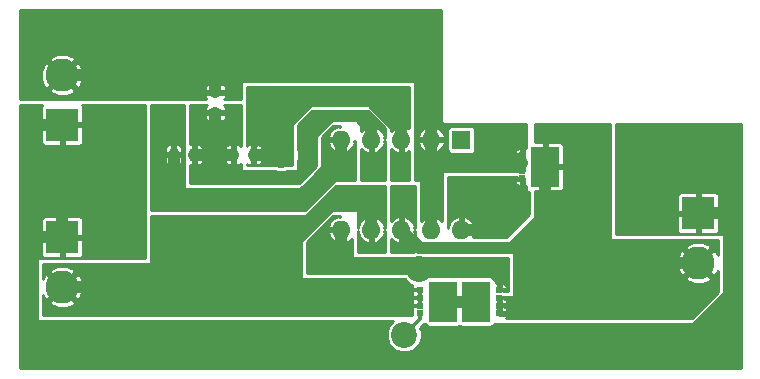
<source format=gbr>
G04 #@! TF.FileFunction,Copper,L1,Top,Signal*
%FSLAX46Y46*%
G04 Gerber Fmt 4.6, Leading zero omitted, Abs format (unit mm)*
G04 Created by KiCad (PCBNEW 4.0.7-e2-6376~58~ubuntu16.04.1) date Tue Apr 10 12:50:06 2018*
%MOMM*%
%LPD*%
G01*
G04 APERTURE LIST*
%ADD10C,0.100000*%
%ADD11R,0.500000X0.500000*%
%ADD12R,2.400000X3.400000*%
%ADD13R,2.800000X2.800000*%
%ADD14C,2.800000*%
%ADD15R,0.670000X1.000000*%
%ADD16R,1.000000X0.670000*%
%ADD17R,1.600000X1.600000*%
%ADD18O,1.600000X1.600000*%
%ADD19C,2.200000*%
%ADD20C,1.000000*%
%ADD21C,0.300000*%
%ADD22C,0.254000*%
G04 APERTURE END LIST*
D10*
D11*
X151810000Y-102829000D03*
X151810000Y-102179000D03*
X151810000Y-101529000D03*
X151810000Y-100879000D03*
D12*
X149860000Y-101854000D03*
D13*
X114808000Y-96384000D03*
D14*
X114808000Y-100584000D03*
D13*
X168656000Y-94352000D03*
D14*
X168656000Y-98552000D03*
D15*
X125984000Y-89408000D03*
X124234000Y-89408000D03*
D16*
X127762000Y-84102000D03*
X127762000Y-85852000D03*
D15*
X129286000Y-89408000D03*
X131036000Y-89408000D03*
D11*
X145116000Y-100879000D03*
X145116000Y-101529000D03*
X145116000Y-102179000D03*
X145116000Y-102829000D03*
D12*
X147066000Y-101854000D03*
D11*
X153752000Y-89449000D03*
X153752000Y-90099000D03*
X153752000Y-90749000D03*
X153752000Y-91399000D03*
D12*
X155702000Y-90424000D03*
D17*
X148590000Y-88138000D03*
D18*
X138430000Y-95758000D03*
X146050000Y-88138000D03*
X140970000Y-95758000D03*
X143510000Y-88138000D03*
X143510000Y-95758000D03*
X140970000Y-88138000D03*
X146050000Y-95758000D03*
X138430000Y-88138000D03*
X148590000Y-95758000D03*
D13*
X114808000Y-86868000D03*
D14*
X114808000Y-82668000D03*
D19*
X114808000Y-91694000D03*
X133350000Y-89408000D03*
X145037512Y-99058011D03*
X143764000Y-104648000D03*
D20*
X134874000Y-84328000D02*
X133350000Y-85852000D01*
X133350000Y-85852000D02*
X133350000Y-87852366D01*
X140831370Y-84328000D02*
X134874000Y-84328000D01*
X143510000Y-88138000D02*
X143510000Y-87006630D01*
X143510000Y-87006630D02*
X140831370Y-84328000D01*
X133350000Y-87852366D02*
X133350000Y-89408000D01*
X168656000Y-94352000D02*
X171056000Y-94352000D01*
X171056000Y-94352000D02*
X171704000Y-95000000D01*
X171704000Y-95000000D02*
X171704000Y-103886000D01*
X171704000Y-103886000D02*
X168887999Y-106702001D01*
X168887999Y-106702001D02*
X112036001Y-106702001D01*
X112036001Y-106702001D02*
X112014000Y-106680000D01*
X112014000Y-106680000D02*
X112014000Y-104902000D01*
X112014000Y-104902000D02*
X112014000Y-96778000D01*
X112014000Y-96778000D02*
X112014000Y-87262000D01*
X112014000Y-87262000D02*
X112408000Y-86868000D01*
X112408000Y-86868000D02*
X114808000Y-86868000D01*
X114808000Y-91694000D02*
X114808000Y-96384000D01*
X131036000Y-89408000D02*
X133350000Y-89408000D01*
X112014000Y-96778000D02*
X112408000Y-96384000D01*
X112408000Y-96384000D02*
X114808000Y-96384000D01*
X114808000Y-82668000D02*
X125984000Y-82668000D01*
X125984000Y-82668000D02*
X127663000Y-82668000D01*
X146050000Y-84074000D02*
X144644000Y-82668000D01*
X144644000Y-82668000D02*
X125984000Y-82668000D01*
X146050000Y-88138000D02*
X146050000Y-84074000D01*
X146050000Y-88138000D02*
X146050000Y-87006630D01*
X153752000Y-90099000D02*
X146879630Y-90099000D01*
X146879630Y-90099000D02*
X146050000Y-89269370D01*
X146050000Y-89269370D02*
X146050000Y-88138000D01*
X146050000Y-95758000D02*
X146050000Y-88138000D01*
X127663000Y-82668000D02*
X127762000Y-82767000D01*
X127762000Y-82767000D02*
X127762000Y-84102000D01*
D21*
X153752000Y-90099000D02*
X153752000Y-90749000D01*
X153752000Y-89449000D02*
X153752000Y-90099000D01*
D20*
X130048000Y-96012000D02*
X130048000Y-100584000D01*
X134874000Y-96012000D02*
X130048000Y-96012000D01*
X136652000Y-94234000D02*
X134874000Y-96012000D01*
X114808000Y-100584000D02*
X130048000Y-100584000D01*
X130048000Y-100584000D02*
X136652000Y-100584000D01*
X137160000Y-93726000D02*
X136652000Y-94234000D01*
X140462000Y-93726000D02*
X137160000Y-93726000D01*
X140970000Y-94234000D02*
X140462000Y-93726000D01*
X140970000Y-95758000D02*
X140970000Y-94234000D01*
X136652000Y-100584000D02*
X140462000Y-100584000D01*
X140462000Y-100584000D02*
X140970000Y-100584000D01*
X140970000Y-100584000D02*
X143510000Y-100584000D01*
D21*
X145116000Y-102179000D02*
X143835000Y-102179000D01*
X143835000Y-102179000D02*
X143764000Y-102108000D01*
D20*
X143764000Y-100838000D02*
X143764000Y-101600000D01*
X143764000Y-101600000D02*
X143764000Y-102108000D01*
D21*
X145116000Y-101529000D02*
X143835000Y-101529000D01*
X143835000Y-101529000D02*
X143764000Y-101600000D01*
X145116000Y-100879000D02*
X143805000Y-100879000D01*
X143805000Y-100879000D02*
X143764000Y-100838000D01*
D20*
X143510000Y-100584000D02*
X143764000Y-100838000D01*
D21*
X145116000Y-101529000D02*
X145116000Y-102179000D01*
X145116000Y-100879000D02*
X145116000Y-101529000D01*
D20*
X153670000Y-101600000D02*
X153670000Y-97742002D01*
X153670000Y-97742002D02*
X153185999Y-97258001D01*
X153185999Y-97258001D02*
X155702000Y-94742000D01*
X155702000Y-94742000D02*
X155702000Y-90424000D01*
X143510000Y-95758000D02*
X145010001Y-97258001D01*
X145010001Y-97258001D02*
X153185999Y-97258001D01*
D21*
X151810000Y-102829000D02*
X152105000Y-102829000D01*
X152105000Y-102829000D02*
X152146000Y-102788000D01*
X151810000Y-102179000D02*
X152105000Y-102179000D01*
X152105000Y-102179000D02*
X152146000Y-102138000D01*
X151810000Y-101529000D02*
X152105000Y-101529000D01*
X152105000Y-101529000D02*
X152146000Y-101488000D01*
X151810000Y-102179000D02*
X151810000Y-101529000D01*
X151810000Y-102829000D02*
X151810000Y-102179000D01*
D20*
X153670000Y-101600000D02*
X153670000Y-102108000D01*
D21*
X152146000Y-101488000D02*
X153558000Y-101488000D01*
X153558000Y-101488000D02*
X153670000Y-101600000D01*
D20*
X153670000Y-102108000D02*
X153670000Y-102870000D01*
D21*
X152146000Y-102138000D02*
X153640000Y-102138000D01*
X153640000Y-102138000D02*
X153670000Y-102108000D01*
X152146000Y-102788000D02*
X153588000Y-102788000D01*
X153588000Y-102788000D02*
X153670000Y-102870000D01*
D20*
X153670000Y-102870000D02*
X159766000Y-102870000D01*
X159766000Y-102870000D02*
X164084000Y-98552000D01*
X164084000Y-98552000D02*
X168656000Y-98552000D01*
X147066000Y-101854000D02*
X149860000Y-101854000D01*
X150155000Y-101854000D02*
X150196000Y-101813000D01*
X138430000Y-95758000D02*
X138430000Y-98806000D01*
X138430000Y-98806000D02*
X138682011Y-99058011D01*
X138682011Y-99058011D02*
X143481878Y-99058011D01*
X143481878Y-99058011D02*
X145037512Y-99058011D01*
D21*
X150539011Y-99058011D02*
X146593146Y-99058011D01*
X151810000Y-100879000D02*
X151810000Y-100329000D01*
X146593146Y-99058011D02*
X145037512Y-99058011D01*
X151810000Y-100329000D02*
X150539011Y-99058011D01*
X145116000Y-102829000D02*
X145116000Y-103296000D01*
X145116000Y-103296000D02*
X143764000Y-104648000D01*
D20*
X148590000Y-95758000D02*
X150876000Y-95758000D01*
X150876000Y-95758000D02*
X153752000Y-92882000D01*
D21*
X153752000Y-91399000D02*
X153752000Y-92882000D01*
D20*
X140970000Y-88138000D02*
X140970000Y-87006630D01*
X140970000Y-87006630D02*
X140069370Y-86106000D01*
X140069370Y-86106000D02*
X137160000Y-86106000D01*
X135382000Y-90678000D02*
X134620000Y-91440000D01*
X137160000Y-86106000D02*
X135382000Y-87884000D01*
X127762000Y-90678000D02*
X127762000Y-89408000D01*
X135382000Y-87884000D02*
X135382000Y-90678000D01*
X134620000Y-91440000D02*
X128524000Y-91440000D01*
X128524000Y-91440000D02*
X127762000Y-90678000D01*
X127762000Y-89408000D02*
X125984000Y-89408000D01*
X127762000Y-85852000D02*
X127762000Y-89408000D01*
X127762000Y-89408000D02*
X129286000Y-89408000D01*
X124234000Y-89408000D02*
X124234000Y-91976000D01*
X124234000Y-91976000D02*
X125222000Y-92964000D01*
X125222000Y-92964000D02*
X135382000Y-92964000D01*
X135382000Y-92964000D02*
X138430000Y-89916000D01*
X138430000Y-89916000D02*
X138430000Y-88138000D01*
D22*
G36*
X144145000Y-87154914D02*
X144097411Y-87113433D01*
X143819114Y-86998171D01*
X143637000Y-87059703D01*
X143637000Y-88011000D01*
X143657000Y-88011000D01*
X143657000Y-88265000D01*
X143637000Y-88265000D01*
X143637000Y-89216297D01*
X143819114Y-89277829D01*
X144097411Y-89162567D01*
X144145000Y-89121086D01*
X144145000Y-91567000D01*
X142621000Y-91567000D01*
X142621000Y-88899689D01*
X142922589Y-89162567D01*
X143200886Y-89277829D01*
X143383000Y-89216297D01*
X143383000Y-88265000D01*
X143363000Y-88265000D01*
X143363000Y-88011000D01*
X143383000Y-88011000D01*
X143383000Y-87059703D01*
X143200886Y-86998171D01*
X142922589Y-87113433D01*
X142621000Y-87376311D01*
X142621000Y-87122000D01*
X142610994Y-87072590D01*
X142583803Y-87032197D01*
X140805803Y-85254197D01*
X140763789Y-85226334D01*
X140716000Y-85217000D01*
X135890000Y-85217000D01*
X135840590Y-85227006D01*
X135800197Y-85254197D01*
X134276197Y-86778197D01*
X134248334Y-86820211D01*
X134239000Y-86868000D01*
X134239000Y-90297000D01*
X130429000Y-90297000D01*
X130429000Y-90174815D01*
X130485180Y-90230996D01*
X130625214Y-90289000D01*
X130813750Y-90289000D01*
X130909000Y-90193750D01*
X130909000Y-89535000D01*
X131163000Y-89535000D01*
X131163000Y-90193750D01*
X131258250Y-90289000D01*
X131446786Y-90289000D01*
X131586820Y-90230996D01*
X131693996Y-90123819D01*
X131752000Y-89983785D01*
X131752000Y-89630250D01*
X131656750Y-89535000D01*
X131163000Y-89535000D01*
X130909000Y-89535000D01*
X130889000Y-89535000D01*
X130889000Y-89281000D01*
X130909000Y-89281000D01*
X130909000Y-88622250D01*
X131163000Y-88622250D01*
X131163000Y-89281000D01*
X131656750Y-89281000D01*
X131752000Y-89185750D01*
X131752000Y-88832215D01*
X131693996Y-88692181D01*
X131586820Y-88585004D01*
X131446786Y-88527000D01*
X131258250Y-88527000D01*
X131163000Y-88622250D01*
X130909000Y-88622250D01*
X130813750Y-88527000D01*
X130625214Y-88527000D01*
X130485180Y-88585004D01*
X130429000Y-88641185D01*
X130429000Y-83693000D01*
X144145000Y-83693000D01*
X144145000Y-87154914D01*
X144145000Y-87154914D01*
G37*
X144145000Y-87154914D02*
X144097411Y-87113433D01*
X143819114Y-86998171D01*
X143637000Y-87059703D01*
X143637000Y-88011000D01*
X143657000Y-88011000D01*
X143657000Y-88265000D01*
X143637000Y-88265000D01*
X143637000Y-89216297D01*
X143819114Y-89277829D01*
X144097411Y-89162567D01*
X144145000Y-89121086D01*
X144145000Y-91567000D01*
X142621000Y-91567000D01*
X142621000Y-88899689D01*
X142922589Y-89162567D01*
X143200886Y-89277829D01*
X143383000Y-89216297D01*
X143383000Y-88265000D01*
X143363000Y-88265000D01*
X143363000Y-88011000D01*
X143383000Y-88011000D01*
X143383000Y-87059703D01*
X143200886Y-86998171D01*
X142922589Y-87113433D01*
X142621000Y-87376311D01*
X142621000Y-87122000D01*
X142610994Y-87072590D01*
X142583803Y-87032197D01*
X140805803Y-85254197D01*
X140763789Y-85226334D01*
X140716000Y-85217000D01*
X135890000Y-85217000D01*
X135840590Y-85227006D01*
X135800197Y-85254197D01*
X134276197Y-86778197D01*
X134248334Y-86820211D01*
X134239000Y-86868000D01*
X134239000Y-90297000D01*
X130429000Y-90297000D01*
X130429000Y-90174815D01*
X130485180Y-90230996D01*
X130625214Y-90289000D01*
X130813750Y-90289000D01*
X130909000Y-90193750D01*
X130909000Y-89535000D01*
X131163000Y-89535000D01*
X131163000Y-90193750D01*
X131258250Y-90289000D01*
X131446786Y-90289000D01*
X131586820Y-90230996D01*
X131693996Y-90123819D01*
X131752000Y-89983785D01*
X131752000Y-89630250D01*
X131656750Y-89535000D01*
X131163000Y-89535000D01*
X130909000Y-89535000D01*
X130889000Y-89535000D01*
X130889000Y-89281000D01*
X130909000Y-89281000D01*
X130909000Y-88622250D01*
X131163000Y-88622250D01*
X131163000Y-89281000D01*
X131656750Y-89281000D01*
X131752000Y-89185750D01*
X131752000Y-88832215D01*
X131693996Y-88692181D01*
X131586820Y-88585004D01*
X131446786Y-88527000D01*
X131258250Y-88527000D01*
X131163000Y-88622250D01*
X130909000Y-88622250D01*
X130813750Y-88527000D01*
X130625214Y-88527000D01*
X130485180Y-88585004D01*
X130429000Y-88641185D01*
X130429000Y-83693000D01*
X144145000Y-83693000D01*
X144145000Y-87154914D01*
G36*
X146864000Y-86360000D02*
X146898711Y-86534504D01*
X146997559Y-86682441D01*
X147145496Y-86781289D01*
X147320000Y-86816000D01*
X154051000Y-86816000D01*
X154051000Y-88818000D01*
X153972250Y-88818000D01*
X153877000Y-88913250D01*
X153877000Y-89324000D01*
X153899000Y-89324000D01*
X153899000Y-89541250D01*
X153877000Y-89563250D01*
X153877000Y-89984750D01*
X153899000Y-90006750D01*
X153899000Y-90191250D01*
X153877000Y-90213250D01*
X153877000Y-90634750D01*
X153899000Y-90656750D01*
X153899000Y-90760536D01*
X153502000Y-90760536D01*
X153360810Y-90787103D01*
X153332997Y-90805000D01*
X147066000Y-90805000D01*
X147016590Y-90815006D01*
X146974965Y-90843447D01*
X146947685Y-90885841D01*
X146939000Y-90932000D01*
X146939000Y-94996311D01*
X146637411Y-94733433D01*
X146359114Y-94618171D01*
X146177000Y-94679703D01*
X146177000Y-95631000D01*
X146197000Y-95631000D01*
X146197000Y-95885000D01*
X146177000Y-95885000D01*
X146177000Y-95905000D01*
X145923000Y-95905000D01*
X145923000Y-95885000D01*
X145903000Y-95885000D01*
X145903000Y-95631000D01*
X145923000Y-95631000D01*
X145923000Y-94679703D01*
X145740886Y-94618171D01*
X145462589Y-94733433D01*
X145161000Y-94996311D01*
X145161000Y-91694000D01*
X145150994Y-91644590D01*
X145122553Y-91602965D01*
X145080159Y-91575685D01*
X145034000Y-91567000D01*
X144653000Y-91567000D01*
X144653000Y-90319250D01*
X153121000Y-90319250D01*
X153121000Y-90528750D01*
X153216250Y-90624000D01*
X153238184Y-90624000D01*
X153286180Y-90671996D01*
X153426214Y-90730000D01*
X153531750Y-90730000D01*
X153627000Y-90634750D01*
X153627000Y-90213250D01*
X153531750Y-90118000D01*
X153426214Y-90118000D01*
X153286180Y-90176004D01*
X153238184Y-90224000D01*
X153216250Y-90224000D01*
X153121000Y-90319250D01*
X144653000Y-90319250D01*
X144653000Y-89669250D01*
X153121000Y-89669250D01*
X153121000Y-89878750D01*
X153216250Y-89974000D01*
X153238184Y-89974000D01*
X153286180Y-90021996D01*
X153426214Y-90080000D01*
X153531750Y-90080000D01*
X153627000Y-89984750D01*
X153627000Y-89563250D01*
X153531750Y-89468000D01*
X153426214Y-89468000D01*
X153286180Y-89526004D01*
X153238184Y-89574000D01*
X153216250Y-89574000D01*
X153121000Y-89669250D01*
X144653000Y-89669250D01*
X144653000Y-88447116D01*
X144910159Y-88447116D01*
X145115218Y-88859784D01*
X145462589Y-89162567D01*
X145740886Y-89277829D01*
X145923000Y-89216297D01*
X145923000Y-88265000D01*
X146177000Y-88265000D01*
X146177000Y-89216297D01*
X146359114Y-89277829D01*
X146637411Y-89162567D01*
X146984782Y-88859784D01*
X147189841Y-88447116D01*
X147128914Y-88265000D01*
X146177000Y-88265000D01*
X145923000Y-88265000D01*
X144971086Y-88265000D01*
X144910159Y-88447116D01*
X144653000Y-88447116D01*
X144653000Y-88352176D01*
X144691000Y-88161137D01*
X144691000Y-88114863D01*
X144653000Y-87923824D01*
X144653000Y-87828884D01*
X144910159Y-87828884D01*
X144971086Y-88011000D01*
X145923000Y-88011000D01*
X145923000Y-87059703D01*
X146177000Y-87059703D01*
X146177000Y-88011000D01*
X147128914Y-88011000D01*
X147189841Y-87828884D01*
X146984782Y-87416216D01*
X146895048Y-87338000D01*
X147401536Y-87338000D01*
X147401536Y-88938000D01*
X147428103Y-89079190D01*
X147511546Y-89208865D01*
X147638866Y-89295859D01*
X147790000Y-89326464D01*
X149390000Y-89326464D01*
X149531190Y-89299897D01*
X149660865Y-89216454D01*
X149724572Y-89123215D01*
X153121000Y-89123215D01*
X153121000Y-89228750D01*
X153216250Y-89324000D01*
X153627000Y-89324000D01*
X153627000Y-88913250D01*
X153531750Y-88818000D01*
X153426214Y-88818000D01*
X153286180Y-88876004D01*
X153179004Y-88983181D01*
X153121000Y-89123215D01*
X149724572Y-89123215D01*
X149747859Y-89089134D01*
X149778464Y-88938000D01*
X149778464Y-87338000D01*
X149751897Y-87196810D01*
X149668454Y-87067135D01*
X149541134Y-86980141D01*
X149390000Y-86949536D01*
X147790000Y-86949536D01*
X147648810Y-86976103D01*
X147519135Y-87059546D01*
X147432141Y-87186866D01*
X147401536Y-87338000D01*
X146895048Y-87338000D01*
X146637411Y-87113433D01*
X146359114Y-86998171D01*
X146177000Y-87059703D01*
X145923000Y-87059703D01*
X145740886Y-86998171D01*
X145462589Y-87113433D01*
X145115218Y-87416216D01*
X144910159Y-87828884D01*
X144653000Y-87828884D01*
X144653000Y-83312000D01*
X144642994Y-83262590D01*
X144614553Y-83220965D01*
X144572159Y-83193685D01*
X144526000Y-83185000D01*
X130048000Y-83185000D01*
X129998590Y-83195006D01*
X129956965Y-83223447D01*
X129929685Y-83265841D01*
X129921000Y-83312000D01*
X129921000Y-84709000D01*
X128528815Y-84709000D01*
X128584996Y-84652820D01*
X128643000Y-84512786D01*
X128643000Y-84324250D01*
X128547750Y-84229000D01*
X127889000Y-84229000D01*
X127889000Y-84249000D01*
X127635000Y-84249000D01*
X127635000Y-84229000D01*
X126976250Y-84229000D01*
X126881000Y-84324250D01*
X126881000Y-84512786D01*
X126939004Y-84652820D01*
X126995185Y-84709000D01*
X111200000Y-84709000D01*
X111200000Y-83971162D01*
X113684443Y-83971162D01*
X113846005Y-84208139D01*
X114508618Y-84459042D01*
X115216810Y-84437276D01*
X115769995Y-84208139D01*
X115931557Y-83971162D01*
X114808000Y-82847605D01*
X113684443Y-83971162D01*
X111200000Y-83971162D01*
X111200000Y-82368618D01*
X113016958Y-82368618D01*
X113038724Y-83076810D01*
X113267861Y-83629995D01*
X113504838Y-83791557D01*
X114628395Y-82668000D01*
X114987605Y-82668000D01*
X116111162Y-83791557D01*
X116258343Y-83691214D01*
X126881000Y-83691214D01*
X126881000Y-83879750D01*
X126976250Y-83975000D01*
X127635000Y-83975000D01*
X127635000Y-83481250D01*
X127889000Y-83481250D01*
X127889000Y-83975000D01*
X128547750Y-83975000D01*
X128643000Y-83879750D01*
X128643000Y-83691214D01*
X128584996Y-83551180D01*
X128477819Y-83444004D01*
X128337785Y-83386000D01*
X127984250Y-83386000D01*
X127889000Y-83481250D01*
X127635000Y-83481250D01*
X127539750Y-83386000D01*
X127186215Y-83386000D01*
X127046181Y-83444004D01*
X126939004Y-83551180D01*
X126881000Y-83691214D01*
X116258343Y-83691214D01*
X116348139Y-83629995D01*
X116599042Y-82967382D01*
X116577276Y-82259190D01*
X116348139Y-81706005D01*
X116111162Y-81544443D01*
X114987605Y-82668000D01*
X114628395Y-82668000D01*
X113504838Y-81544443D01*
X113267861Y-81706005D01*
X113016958Y-82368618D01*
X111200000Y-82368618D01*
X111200000Y-81364838D01*
X113684443Y-81364838D01*
X114808000Y-82488395D01*
X115931557Y-81364838D01*
X115769995Y-81127861D01*
X115107382Y-80876958D01*
X114399190Y-80898724D01*
X113846005Y-81127861D01*
X113684443Y-81364838D01*
X111200000Y-81364838D01*
X111200000Y-77164000D01*
X146864000Y-77164000D01*
X146864000Y-86360000D01*
X146864000Y-86360000D01*
G37*
X146864000Y-86360000D02*
X146898711Y-86534504D01*
X146997559Y-86682441D01*
X147145496Y-86781289D01*
X147320000Y-86816000D01*
X154051000Y-86816000D01*
X154051000Y-88818000D01*
X153972250Y-88818000D01*
X153877000Y-88913250D01*
X153877000Y-89324000D01*
X153899000Y-89324000D01*
X153899000Y-89541250D01*
X153877000Y-89563250D01*
X153877000Y-89984750D01*
X153899000Y-90006750D01*
X153899000Y-90191250D01*
X153877000Y-90213250D01*
X153877000Y-90634750D01*
X153899000Y-90656750D01*
X153899000Y-90760536D01*
X153502000Y-90760536D01*
X153360810Y-90787103D01*
X153332997Y-90805000D01*
X147066000Y-90805000D01*
X147016590Y-90815006D01*
X146974965Y-90843447D01*
X146947685Y-90885841D01*
X146939000Y-90932000D01*
X146939000Y-94996311D01*
X146637411Y-94733433D01*
X146359114Y-94618171D01*
X146177000Y-94679703D01*
X146177000Y-95631000D01*
X146197000Y-95631000D01*
X146197000Y-95885000D01*
X146177000Y-95885000D01*
X146177000Y-95905000D01*
X145923000Y-95905000D01*
X145923000Y-95885000D01*
X145903000Y-95885000D01*
X145903000Y-95631000D01*
X145923000Y-95631000D01*
X145923000Y-94679703D01*
X145740886Y-94618171D01*
X145462589Y-94733433D01*
X145161000Y-94996311D01*
X145161000Y-91694000D01*
X145150994Y-91644590D01*
X145122553Y-91602965D01*
X145080159Y-91575685D01*
X145034000Y-91567000D01*
X144653000Y-91567000D01*
X144653000Y-90319250D01*
X153121000Y-90319250D01*
X153121000Y-90528750D01*
X153216250Y-90624000D01*
X153238184Y-90624000D01*
X153286180Y-90671996D01*
X153426214Y-90730000D01*
X153531750Y-90730000D01*
X153627000Y-90634750D01*
X153627000Y-90213250D01*
X153531750Y-90118000D01*
X153426214Y-90118000D01*
X153286180Y-90176004D01*
X153238184Y-90224000D01*
X153216250Y-90224000D01*
X153121000Y-90319250D01*
X144653000Y-90319250D01*
X144653000Y-89669250D01*
X153121000Y-89669250D01*
X153121000Y-89878750D01*
X153216250Y-89974000D01*
X153238184Y-89974000D01*
X153286180Y-90021996D01*
X153426214Y-90080000D01*
X153531750Y-90080000D01*
X153627000Y-89984750D01*
X153627000Y-89563250D01*
X153531750Y-89468000D01*
X153426214Y-89468000D01*
X153286180Y-89526004D01*
X153238184Y-89574000D01*
X153216250Y-89574000D01*
X153121000Y-89669250D01*
X144653000Y-89669250D01*
X144653000Y-88447116D01*
X144910159Y-88447116D01*
X145115218Y-88859784D01*
X145462589Y-89162567D01*
X145740886Y-89277829D01*
X145923000Y-89216297D01*
X145923000Y-88265000D01*
X146177000Y-88265000D01*
X146177000Y-89216297D01*
X146359114Y-89277829D01*
X146637411Y-89162567D01*
X146984782Y-88859784D01*
X147189841Y-88447116D01*
X147128914Y-88265000D01*
X146177000Y-88265000D01*
X145923000Y-88265000D01*
X144971086Y-88265000D01*
X144910159Y-88447116D01*
X144653000Y-88447116D01*
X144653000Y-88352176D01*
X144691000Y-88161137D01*
X144691000Y-88114863D01*
X144653000Y-87923824D01*
X144653000Y-87828884D01*
X144910159Y-87828884D01*
X144971086Y-88011000D01*
X145923000Y-88011000D01*
X145923000Y-87059703D01*
X146177000Y-87059703D01*
X146177000Y-88011000D01*
X147128914Y-88011000D01*
X147189841Y-87828884D01*
X146984782Y-87416216D01*
X146895048Y-87338000D01*
X147401536Y-87338000D01*
X147401536Y-88938000D01*
X147428103Y-89079190D01*
X147511546Y-89208865D01*
X147638866Y-89295859D01*
X147790000Y-89326464D01*
X149390000Y-89326464D01*
X149531190Y-89299897D01*
X149660865Y-89216454D01*
X149724572Y-89123215D01*
X153121000Y-89123215D01*
X153121000Y-89228750D01*
X153216250Y-89324000D01*
X153627000Y-89324000D01*
X153627000Y-88913250D01*
X153531750Y-88818000D01*
X153426214Y-88818000D01*
X153286180Y-88876004D01*
X153179004Y-88983181D01*
X153121000Y-89123215D01*
X149724572Y-89123215D01*
X149747859Y-89089134D01*
X149778464Y-88938000D01*
X149778464Y-87338000D01*
X149751897Y-87196810D01*
X149668454Y-87067135D01*
X149541134Y-86980141D01*
X149390000Y-86949536D01*
X147790000Y-86949536D01*
X147648810Y-86976103D01*
X147519135Y-87059546D01*
X147432141Y-87186866D01*
X147401536Y-87338000D01*
X146895048Y-87338000D01*
X146637411Y-87113433D01*
X146359114Y-86998171D01*
X146177000Y-87059703D01*
X145923000Y-87059703D01*
X145740886Y-86998171D01*
X145462589Y-87113433D01*
X145115218Y-87416216D01*
X144910159Y-87828884D01*
X144653000Y-87828884D01*
X144653000Y-83312000D01*
X144642994Y-83262590D01*
X144614553Y-83220965D01*
X144572159Y-83193685D01*
X144526000Y-83185000D01*
X130048000Y-83185000D01*
X129998590Y-83195006D01*
X129956965Y-83223447D01*
X129929685Y-83265841D01*
X129921000Y-83312000D01*
X129921000Y-84709000D01*
X128528815Y-84709000D01*
X128584996Y-84652820D01*
X128643000Y-84512786D01*
X128643000Y-84324250D01*
X128547750Y-84229000D01*
X127889000Y-84229000D01*
X127889000Y-84249000D01*
X127635000Y-84249000D01*
X127635000Y-84229000D01*
X126976250Y-84229000D01*
X126881000Y-84324250D01*
X126881000Y-84512786D01*
X126939004Y-84652820D01*
X126995185Y-84709000D01*
X111200000Y-84709000D01*
X111200000Y-83971162D01*
X113684443Y-83971162D01*
X113846005Y-84208139D01*
X114508618Y-84459042D01*
X115216810Y-84437276D01*
X115769995Y-84208139D01*
X115931557Y-83971162D01*
X114808000Y-82847605D01*
X113684443Y-83971162D01*
X111200000Y-83971162D01*
X111200000Y-82368618D01*
X113016958Y-82368618D01*
X113038724Y-83076810D01*
X113267861Y-83629995D01*
X113504838Y-83791557D01*
X114628395Y-82668000D01*
X114987605Y-82668000D01*
X116111162Y-83791557D01*
X116258343Y-83691214D01*
X126881000Y-83691214D01*
X126881000Y-83879750D01*
X126976250Y-83975000D01*
X127635000Y-83975000D01*
X127635000Y-83481250D01*
X127889000Y-83481250D01*
X127889000Y-83975000D01*
X128547750Y-83975000D01*
X128643000Y-83879750D01*
X128643000Y-83691214D01*
X128584996Y-83551180D01*
X128477819Y-83444004D01*
X128337785Y-83386000D01*
X127984250Y-83386000D01*
X127889000Y-83481250D01*
X127635000Y-83481250D01*
X127539750Y-83386000D01*
X127186215Y-83386000D01*
X127046181Y-83444004D01*
X126939004Y-83551180D01*
X126881000Y-83691214D01*
X116258343Y-83691214D01*
X116348139Y-83629995D01*
X116599042Y-82967382D01*
X116577276Y-82259190D01*
X116348139Y-81706005D01*
X116111162Y-81544443D01*
X114987605Y-82668000D01*
X114628395Y-82668000D01*
X113504838Y-81544443D01*
X113267861Y-81706005D01*
X113016958Y-82368618D01*
X111200000Y-82368618D01*
X111200000Y-81364838D01*
X113684443Y-81364838D01*
X114808000Y-82488395D01*
X115931557Y-81364838D01*
X115769995Y-81127861D01*
X115107382Y-80876958D01*
X114399190Y-80898724D01*
X113846005Y-81127861D01*
X113684443Y-81364838D01*
X111200000Y-81364838D01*
X111200000Y-77164000D01*
X146864000Y-77164000D01*
X146864000Y-86360000D01*
G36*
X153350866Y-91356859D02*
X153502000Y-91387464D01*
X153899000Y-91387464D01*
X153899000Y-91524000D01*
X153877000Y-91524000D01*
X153877000Y-91934750D01*
X153972250Y-92030000D01*
X154051000Y-92030000D01*
X154051000Y-92456000D01*
X154061006Y-92505410D01*
X154089447Y-92547035D01*
X154131841Y-92574315D01*
X154178000Y-92583000D01*
X154305000Y-92583000D01*
X154305000Y-94435394D01*
X152363393Y-96377001D01*
X149575856Y-96377001D01*
X149729841Y-96067116D01*
X149668914Y-95885000D01*
X148717000Y-95885000D01*
X148717000Y-95905000D01*
X148463000Y-95905000D01*
X148463000Y-95885000D01*
X148443000Y-95885000D01*
X148443000Y-95631000D01*
X148463000Y-95631000D01*
X148463000Y-94679703D01*
X148717000Y-94679703D01*
X148717000Y-95631000D01*
X149668914Y-95631000D01*
X149729841Y-95448884D01*
X149524782Y-95036216D01*
X149177411Y-94733433D01*
X148899114Y-94618171D01*
X148717000Y-94679703D01*
X148463000Y-94679703D01*
X148280886Y-94618171D01*
X148002589Y-94733433D01*
X147655218Y-95036216D01*
X147450159Y-95448884D01*
X147511085Y-95630998D01*
X147447000Y-95630998D01*
X147447000Y-91619250D01*
X153121000Y-91619250D01*
X153121000Y-91724785D01*
X153179004Y-91864819D01*
X153286180Y-91971996D01*
X153426214Y-92030000D01*
X153531750Y-92030000D01*
X153627000Y-91934750D01*
X153627000Y-91524000D01*
X153216250Y-91524000D01*
X153121000Y-91619250D01*
X147447000Y-91619250D01*
X147447000Y-91313000D01*
X153286676Y-91313000D01*
X153350866Y-91356859D01*
X153350866Y-91356859D01*
G37*
X153350866Y-91356859D02*
X153502000Y-91387464D01*
X153899000Y-91387464D01*
X153899000Y-91524000D01*
X153877000Y-91524000D01*
X153877000Y-91934750D01*
X153972250Y-92030000D01*
X154051000Y-92030000D01*
X154051000Y-92456000D01*
X154061006Y-92505410D01*
X154089447Y-92547035D01*
X154131841Y-92574315D01*
X154178000Y-92583000D01*
X154305000Y-92583000D01*
X154305000Y-94435394D01*
X152363393Y-96377001D01*
X149575856Y-96377001D01*
X149729841Y-96067116D01*
X149668914Y-95885000D01*
X148717000Y-95885000D01*
X148717000Y-95905000D01*
X148463000Y-95905000D01*
X148463000Y-95885000D01*
X148443000Y-95885000D01*
X148443000Y-95631000D01*
X148463000Y-95631000D01*
X148463000Y-94679703D01*
X148717000Y-94679703D01*
X148717000Y-95631000D01*
X149668914Y-95631000D01*
X149729841Y-95448884D01*
X149524782Y-95036216D01*
X149177411Y-94733433D01*
X148899114Y-94618171D01*
X148717000Y-94679703D01*
X148463000Y-94679703D01*
X148280886Y-94618171D01*
X148002589Y-94733433D01*
X147655218Y-95036216D01*
X147450159Y-95448884D01*
X147511085Y-95630998D01*
X147447000Y-95630998D01*
X147447000Y-91619250D01*
X153121000Y-91619250D01*
X153121000Y-91724785D01*
X153179004Y-91864819D01*
X153286180Y-91971996D01*
X153426214Y-92030000D01*
X153531750Y-92030000D01*
X153627000Y-91934750D01*
X153627000Y-91524000D01*
X153216250Y-91524000D01*
X153121000Y-91619250D01*
X147447000Y-91619250D01*
X147447000Y-91313000D01*
X153286676Y-91313000D01*
X153350866Y-91356859D01*
G36*
X161163000Y-96520000D02*
X161173006Y-96569410D01*
X161201447Y-96611035D01*
X161243841Y-96638315D01*
X161290000Y-96647000D01*
X170307000Y-96647000D01*
X170307000Y-97857647D01*
X170196139Y-97590005D01*
X169959162Y-97428443D01*
X168835605Y-98552000D01*
X169959162Y-99675557D01*
X170196139Y-99513995D01*
X170307000Y-99221221D01*
X170307000Y-101039394D01*
X168095394Y-103251000D01*
X152401146Y-103251000D01*
X152441000Y-103154785D01*
X152441000Y-103049250D01*
X152345750Y-102954000D01*
X151935000Y-102954000D01*
X151935000Y-102976000D01*
X151765000Y-102976000D01*
X151765000Y-102293250D01*
X151935000Y-102293250D01*
X151935000Y-102714750D01*
X152030250Y-102810000D01*
X152135786Y-102810000D01*
X152275820Y-102751996D01*
X152323816Y-102704000D01*
X152345750Y-102704000D01*
X152441000Y-102608750D01*
X152441000Y-102399250D01*
X152345750Y-102304000D01*
X152323816Y-102304000D01*
X152275820Y-102256004D01*
X152135786Y-102198000D01*
X152030250Y-102198000D01*
X151935000Y-102293250D01*
X151765000Y-102293250D01*
X151765000Y-101643250D01*
X151935000Y-101643250D01*
X151935000Y-102064750D01*
X152030250Y-102160000D01*
X152135786Y-102160000D01*
X152275820Y-102101996D01*
X152323816Y-102054000D01*
X152345750Y-102054000D01*
X152441000Y-101958750D01*
X152441000Y-101749250D01*
X152345750Y-101654000D01*
X152323816Y-101654000D01*
X152275820Y-101606004D01*
X152135786Y-101548000D01*
X152030250Y-101548000D01*
X151935000Y-101643250D01*
X151765000Y-101643250D01*
X151765000Y-101517464D01*
X152060000Y-101517464D01*
X152201190Y-101490897D01*
X152229003Y-101473000D01*
X152908000Y-101473000D01*
X152957410Y-101462994D01*
X152999035Y-101434553D01*
X153026315Y-101392159D01*
X153035000Y-101346000D01*
X153035000Y-99855162D01*
X167532443Y-99855162D01*
X167694005Y-100092139D01*
X168356618Y-100343042D01*
X169064810Y-100321276D01*
X169617995Y-100092139D01*
X169779557Y-99855162D01*
X168656000Y-98731605D01*
X167532443Y-99855162D01*
X153035000Y-99855162D01*
X153035000Y-98252618D01*
X166864958Y-98252618D01*
X166886724Y-98960810D01*
X167115861Y-99513995D01*
X167352838Y-99675557D01*
X168476395Y-98552000D01*
X167352838Y-97428443D01*
X167115861Y-97590005D01*
X166864958Y-98252618D01*
X153035000Y-98252618D01*
X153035000Y-97790000D01*
X153024994Y-97740590D01*
X152996553Y-97698965D01*
X152954159Y-97671685D01*
X152908000Y-97663000D01*
X145539859Y-97663000D01*
X145333394Y-97577268D01*
X144744215Y-97576754D01*
X144535484Y-97663000D01*
X142621000Y-97663000D01*
X142621000Y-97248838D01*
X167532443Y-97248838D01*
X168656000Y-98372395D01*
X169779557Y-97248838D01*
X169617995Y-97011861D01*
X168955382Y-96760958D01*
X168247190Y-96782724D01*
X167694005Y-97011861D01*
X167532443Y-97248838D01*
X142621000Y-97248838D01*
X142621000Y-96519689D01*
X142922589Y-96782567D01*
X143200886Y-96897829D01*
X143383000Y-96836297D01*
X143383000Y-95885000D01*
X143363000Y-95885000D01*
X143363000Y-95631000D01*
X143383000Y-95631000D01*
X143383000Y-94679703D01*
X143200886Y-94618171D01*
X142922589Y-94733433D01*
X142621000Y-94996311D01*
X142621000Y-92075000D01*
X144653000Y-92075000D01*
X144653000Y-95630998D01*
X144588915Y-95630998D01*
X144649841Y-95448884D01*
X144444782Y-95036216D01*
X144097411Y-94733433D01*
X143819114Y-94618171D01*
X143637000Y-94679703D01*
X143637000Y-95631000D01*
X143657000Y-95631000D01*
X143657000Y-95885000D01*
X143637000Y-95885000D01*
X143637000Y-96836297D01*
X143819114Y-96897829D01*
X144097411Y-96782567D01*
X144444782Y-96479784D01*
X144649841Y-96067116D01*
X144588915Y-95885002D01*
X144653000Y-95885002D01*
X144653000Y-96266000D01*
X144663006Y-96315410D01*
X144690197Y-96355803D01*
X145198197Y-96863803D01*
X145240211Y-96891666D01*
X145288000Y-96901000D01*
X145742643Y-96901000D01*
X146050000Y-96962137D01*
X146357357Y-96901000D01*
X148282643Y-96901000D01*
X148590000Y-96962137D01*
X148897357Y-96901000D01*
X152654000Y-96901000D01*
X152703410Y-96890994D01*
X152743803Y-96863803D01*
X154775803Y-94831803D01*
X154803666Y-94789789D01*
X154813000Y-94742000D01*
X154813000Y-92505000D01*
X155479750Y-92505000D01*
X155575000Y-92409750D01*
X155575000Y-90551000D01*
X155829000Y-90551000D01*
X155829000Y-92409750D01*
X155924250Y-92505000D01*
X156977786Y-92505000D01*
X157117820Y-92446996D01*
X157224996Y-92339819D01*
X157283000Y-92199785D01*
X157283000Y-90646250D01*
X157187750Y-90551000D01*
X155829000Y-90551000D01*
X155575000Y-90551000D01*
X155555000Y-90551000D01*
X155555000Y-90297000D01*
X155575000Y-90297000D01*
X155575000Y-88438250D01*
X155829000Y-88438250D01*
X155829000Y-90297000D01*
X157187750Y-90297000D01*
X157283000Y-90201750D01*
X157283000Y-88648215D01*
X157224996Y-88508181D01*
X157117820Y-88401004D01*
X156977786Y-88343000D01*
X155924250Y-88343000D01*
X155829000Y-88438250D01*
X155575000Y-88438250D01*
X155479750Y-88343000D01*
X154813000Y-88343000D01*
X154813000Y-86816000D01*
X161163000Y-86816000D01*
X161163000Y-96520000D01*
X161163000Y-96520000D01*
G37*
X161163000Y-96520000D02*
X161173006Y-96569410D01*
X161201447Y-96611035D01*
X161243841Y-96638315D01*
X161290000Y-96647000D01*
X170307000Y-96647000D01*
X170307000Y-97857647D01*
X170196139Y-97590005D01*
X169959162Y-97428443D01*
X168835605Y-98552000D01*
X169959162Y-99675557D01*
X170196139Y-99513995D01*
X170307000Y-99221221D01*
X170307000Y-101039394D01*
X168095394Y-103251000D01*
X152401146Y-103251000D01*
X152441000Y-103154785D01*
X152441000Y-103049250D01*
X152345750Y-102954000D01*
X151935000Y-102954000D01*
X151935000Y-102976000D01*
X151765000Y-102976000D01*
X151765000Y-102293250D01*
X151935000Y-102293250D01*
X151935000Y-102714750D01*
X152030250Y-102810000D01*
X152135786Y-102810000D01*
X152275820Y-102751996D01*
X152323816Y-102704000D01*
X152345750Y-102704000D01*
X152441000Y-102608750D01*
X152441000Y-102399250D01*
X152345750Y-102304000D01*
X152323816Y-102304000D01*
X152275820Y-102256004D01*
X152135786Y-102198000D01*
X152030250Y-102198000D01*
X151935000Y-102293250D01*
X151765000Y-102293250D01*
X151765000Y-101643250D01*
X151935000Y-101643250D01*
X151935000Y-102064750D01*
X152030250Y-102160000D01*
X152135786Y-102160000D01*
X152275820Y-102101996D01*
X152323816Y-102054000D01*
X152345750Y-102054000D01*
X152441000Y-101958750D01*
X152441000Y-101749250D01*
X152345750Y-101654000D01*
X152323816Y-101654000D01*
X152275820Y-101606004D01*
X152135786Y-101548000D01*
X152030250Y-101548000D01*
X151935000Y-101643250D01*
X151765000Y-101643250D01*
X151765000Y-101517464D01*
X152060000Y-101517464D01*
X152201190Y-101490897D01*
X152229003Y-101473000D01*
X152908000Y-101473000D01*
X152957410Y-101462994D01*
X152999035Y-101434553D01*
X153026315Y-101392159D01*
X153035000Y-101346000D01*
X153035000Y-99855162D01*
X167532443Y-99855162D01*
X167694005Y-100092139D01*
X168356618Y-100343042D01*
X169064810Y-100321276D01*
X169617995Y-100092139D01*
X169779557Y-99855162D01*
X168656000Y-98731605D01*
X167532443Y-99855162D01*
X153035000Y-99855162D01*
X153035000Y-98252618D01*
X166864958Y-98252618D01*
X166886724Y-98960810D01*
X167115861Y-99513995D01*
X167352838Y-99675557D01*
X168476395Y-98552000D01*
X167352838Y-97428443D01*
X167115861Y-97590005D01*
X166864958Y-98252618D01*
X153035000Y-98252618D01*
X153035000Y-97790000D01*
X153024994Y-97740590D01*
X152996553Y-97698965D01*
X152954159Y-97671685D01*
X152908000Y-97663000D01*
X145539859Y-97663000D01*
X145333394Y-97577268D01*
X144744215Y-97576754D01*
X144535484Y-97663000D01*
X142621000Y-97663000D01*
X142621000Y-97248838D01*
X167532443Y-97248838D01*
X168656000Y-98372395D01*
X169779557Y-97248838D01*
X169617995Y-97011861D01*
X168955382Y-96760958D01*
X168247190Y-96782724D01*
X167694005Y-97011861D01*
X167532443Y-97248838D01*
X142621000Y-97248838D01*
X142621000Y-96519689D01*
X142922589Y-96782567D01*
X143200886Y-96897829D01*
X143383000Y-96836297D01*
X143383000Y-95885000D01*
X143363000Y-95885000D01*
X143363000Y-95631000D01*
X143383000Y-95631000D01*
X143383000Y-94679703D01*
X143200886Y-94618171D01*
X142922589Y-94733433D01*
X142621000Y-94996311D01*
X142621000Y-92075000D01*
X144653000Y-92075000D01*
X144653000Y-95630998D01*
X144588915Y-95630998D01*
X144649841Y-95448884D01*
X144444782Y-95036216D01*
X144097411Y-94733433D01*
X143819114Y-94618171D01*
X143637000Y-94679703D01*
X143637000Y-95631000D01*
X143657000Y-95631000D01*
X143657000Y-95885000D01*
X143637000Y-95885000D01*
X143637000Y-96836297D01*
X143819114Y-96897829D01*
X144097411Y-96782567D01*
X144444782Y-96479784D01*
X144649841Y-96067116D01*
X144588915Y-95885002D01*
X144653000Y-95885002D01*
X144653000Y-96266000D01*
X144663006Y-96315410D01*
X144690197Y-96355803D01*
X145198197Y-96863803D01*
X145240211Y-96891666D01*
X145288000Y-96901000D01*
X145742643Y-96901000D01*
X146050000Y-96962137D01*
X146357357Y-96901000D01*
X148282643Y-96901000D01*
X148590000Y-96962137D01*
X148897357Y-96901000D01*
X152654000Y-96901000D01*
X152703410Y-96890994D01*
X152743803Y-96863803D01*
X154775803Y-94831803D01*
X154803666Y-94789789D01*
X154813000Y-94742000D01*
X154813000Y-92505000D01*
X155479750Y-92505000D01*
X155575000Y-92409750D01*
X155575000Y-90551000D01*
X155829000Y-90551000D01*
X155829000Y-92409750D01*
X155924250Y-92505000D01*
X156977786Y-92505000D01*
X157117820Y-92446996D01*
X157224996Y-92339819D01*
X157283000Y-92199785D01*
X157283000Y-90646250D01*
X157187750Y-90551000D01*
X155829000Y-90551000D01*
X155575000Y-90551000D01*
X155555000Y-90551000D01*
X155555000Y-90297000D01*
X155575000Y-90297000D01*
X155575000Y-88438250D01*
X155829000Y-88438250D01*
X155829000Y-90297000D01*
X157187750Y-90297000D01*
X157283000Y-90201750D01*
X157283000Y-88648215D01*
X157224996Y-88508181D01*
X157117820Y-88401004D01*
X156977786Y-88343000D01*
X155924250Y-88343000D01*
X155829000Y-88438250D01*
X155575000Y-88438250D01*
X155479750Y-88343000D01*
X154813000Y-88343000D01*
X154813000Y-86816000D01*
X161163000Y-86816000D01*
X161163000Y-96520000D01*
G36*
X126939004Y-85301180D02*
X126881000Y-85441214D01*
X126881000Y-85629750D01*
X126976250Y-85725000D01*
X127635000Y-85725000D01*
X127635000Y-85705000D01*
X127889000Y-85705000D01*
X127889000Y-85725000D01*
X128547750Y-85725000D01*
X128643000Y-85629750D01*
X128643000Y-85441214D01*
X128584996Y-85301180D01*
X128500815Y-85217000D01*
X129921000Y-85217000D01*
X129921000Y-88669185D01*
X129836820Y-88585004D01*
X129696786Y-88527000D01*
X129508250Y-88527000D01*
X129413000Y-88622250D01*
X129413000Y-89281000D01*
X129433000Y-89281000D01*
X129433000Y-89535000D01*
X129413000Y-89535000D01*
X129413000Y-90193750D01*
X129508250Y-90289000D01*
X129696786Y-90289000D01*
X129836820Y-90230996D01*
X129921000Y-90146815D01*
X129921000Y-90678000D01*
X129931006Y-90727410D01*
X129959447Y-90769035D01*
X130001841Y-90796315D01*
X130048000Y-90805000D01*
X132852443Y-90805000D01*
X133054118Y-90888743D01*
X133643297Y-90889257D01*
X133847214Y-90805000D01*
X134620000Y-90805000D01*
X134669410Y-90794994D01*
X134711035Y-90766553D01*
X134738315Y-90724159D01*
X134747000Y-90678000D01*
X134747000Y-89905557D01*
X134830743Y-89703882D01*
X134831257Y-89114703D01*
X134747000Y-88910786D01*
X134747000Y-86920606D01*
X135942606Y-85725000D01*
X140663394Y-85725000D01*
X142113000Y-87174606D01*
X142113000Y-88010998D01*
X142048915Y-88010998D01*
X142109841Y-87828884D01*
X141904782Y-87416216D01*
X141557411Y-87113433D01*
X141279114Y-86998171D01*
X141097000Y-87059703D01*
X141097000Y-88011000D01*
X141117000Y-88011000D01*
X141117000Y-88265000D01*
X141097000Y-88265000D01*
X141097000Y-89216297D01*
X141279114Y-89277829D01*
X141557411Y-89162567D01*
X141904782Y-88859784D01*
X142109841Y-88447116D01*
X142048915Y-88265002D01*
X142113000Y-88265002D01*
X142113000Y-91567000D01*
X140081000Y-91567000D01*
X140081000Y-88899689D01*
X140382589Y-89162567D01*
X140660886Y-89277829D01*
X140843000Y-89216297D01*
X140843000Y-88265000D01*
X140823000Y-88265000D01*
X140823000Y-88011000D01*
X140843000Y-88011000D01*
X140843000Y-87059703D01*
X140660886Y-86998171D01*
X140382589Y-87113433D01*
X140081000Y-87376311D01*
X140081000Y-86868000D01*
X140070994Y-86818590D01*
X140043803Y-86778197D01*
X139789803Y-86524197D01*
X139747789Y-86496334D01*
X139700000Y-86487000D01*
X137668000Y-86487000D01*
X137618590Y-86497006D01*
X137578197Y-86524197D01*
X136308197Y-87794197D01*
X136280334Y-87836211D01*
X136271000Y-87884000D01*
X136271000Y-90371394D01*
X134821394Y-91821000D01*
X125603000Y-91821000D01*
X125603000Y-90289000D01*
X125761750Y-90289000D01*
X125857000Y-90193750D01*
X125857000Y-89535000D01*
X126111000Y-89535000D01*
X126111000Y-90193750D01*
X126206250Y-90289000D01*
X126394786Y-90289000D01*
X126534820Y-90230996D01*
X126641996Y-90123819D01*
X126700000Y-89983785D01*
X126700000Y-89630250D01*
X128570000Y-89630250D01*
X128570000Y-89983785D01*
X128628004Y-90123819D01*
X128735180Y-90230996D01*
X128875214Y-90289000D01*
X129063750Y-90289000D01*
X129159000Y-90193750D01*
X129159000Y-89535000D01*
X128665250Y-89535000D01*
X128570000Y-89630250D01*
X126700000Y-89630250D01*
X126604750Y-89535000D01*
X126111000Y-89535000D01*
X125857000Y-89535000D01*
X125837000Y-89535000D01*
X125837000Y-89281000D01*
X125857000Y-89281000D01*
X125857000Y-88622250D01*
X126111000Y-88622250D01*
X126111000Y-89281000D01*
X126604750Y-89281000D01*
X126700000Y-89185750D01*
X126700000Y-88832215D01*
X128570000Y-88832215D01*
X128570000Y-89185750D01*
X128665250Y-89281000D01*
X129159000Y-89281000D01*
X129159000Y-88622250D01*
X129063750Y-88527000D01*
X128875214Y-88527000D01*
X128735180Y-88585004D01*
X128628004Y-88692181D01*
X128570000Y-88832215D01*
X126700000Y-88832215D01*
X126641996Y-88692181D01*
X126534820Y-88585004D01*
X126394786Y-88527000D01*
X126206250Y-88527000D01*
X126111000Y-88622250D01*
X125857000Y-88622250D01*
X125761750Y-88527000D01*
X125603000Y-88527000D01*
X125603000Y-86074250D01*
X126881000Y-86074250D01*
X126881000Y-86262786D01*
X126939004Y-86402820D01*
X127046181Y-86509996D01*
X127186215Y-86568000D01*
X127539750Y-86568000D01*
X127635000Y-86472750D01*
X127635000Y-85979000D01*
X127889000Y-85979000D01*
X127889000Y-86472750D01*
X127984250Y-86568000D01*
X128337785Y-86568000D01*
X128477819Y-86509996D01*
X128584996Y-86402820D01*
X128643000Y-86262786D01*
X128643000Y-86074250D01*
X128547750Y-85979000D01*
X127889000Y-85979000D01*
X127635000Y-85979000D01*
X126976250Y-85979000D01*
X126881000Y-86074250D01*
X125603000Y-86074250D01*
X125603000Y-85217000D01*
X127023185Y-85217000D01*
X126939004Y-85301180D01*
X126939004Y-85301180D01*
G37*
X126939004Y-85301180D02*
X126881000Y-85441214D01*
X126881000Y-85629750D01*
X126976250Y-85725000D01*
X127635000Y-85725000D01*
X127635000Y-85705000D01*
X127889000Y-85705000D01*
X127889000Y-85725000D01*
X128547750Y-85725000D01*
X128643000Y-85629750D01*
X128643000Y-85441214D01*
X128584996Y-85301180D01*
X128500815Y-85217000D01*
X129921000Y-85217000D01*
X129921000Y-88669185D01*
X129836820Y-88585004D01*
X129696786Y-88527000D01*
X129508250Y-88527000D01*
X129413000Y-88622250D01*
X129413000Y-89281000D01*
X129433000Y-89281000D01*
X129433000Y-89535000D01*
X129413000Y-89535000D01*
X129413000Y-90193750D01*
X129508250Y-90289000D01*
X129696786Y-90289000D01*
X129836820Y-90230996D01*
X129921000Y-90146815D01*
X129921000Y-90678000D01*
X129931006Y-90727410D01*
X129959447Y-90769035D01*
X130001841Y-90796315D01*
X130048000Y-90805000D01*
X132852443Y-90805000D01*
X133054118Y-90888743D01*
X133643297Y-90889257D01*
X133847214Y-90805000D01*
X134620000Y-90805000D01*
X134669410Y-90794994D01*
X134711035Y-90766553D01*
X134738315Y-90724159D01*
X134747000Y-90678000D01*
X134747000Y-89905557D01*
X134830743Y-89703882D01*
X134831257Y-89114703D01*
X134747000Y-88910786D01*
X134747000Y-86920606D01*
X135942606Y-85725000D01*
X140663394Y-85725000D01*
X142113000Y-87174606D01*
X142113000Y-88010998D01*
X142048915Y-88010998D01*
X142109841Y-87828884D01*
X141904782Y-87416216D01*
X141557411Y-87113433D01*
X141279114Y-86998171D01*
X141097000Y-87059703D01*
X141097000Y-88011000D01*
X141117000Y-88011000D01*
X141117000Y-88265000D01*
X141097000Y-88265000D01*
X141097000Y-89216297D01*
X141279114Y-89277829D01*
X141557411Y-89162567D01*
X141904782Y-88859784D01*
X142109841Y-88447116D01*
X142048915Y-88265002D01*
X142113000Y-88265002D01*
X142113000Y-91567000D01*
X140081000Y-91567000D01*
X140081000Y-88899689D01*
X140382589Y-89162567D01*
X140660886Y-89277829D01*
X140843000Y-89216297D01*
X140843000Y-88265000D01*
X140823000Y-88265000D01*
X140823000Y-88011000D01*
X140843000Y-88011000D01*
X140843000Y-87059703D01*
X140660886Y-86998171D01*
X140382589Y-87113433D01*
X140081000Y-87376311D01*
X140081000Y-86868000D01*
X140070994Y-86818590D01*
X140043803Y-86778197D01*
X139789803Y-86524197D01*
X139747789Y-86496334D01*
X139700000Y-86487000D01*
X137668000Y-86487000D01*
X137618590Y-86497006D01*
X137578197Y-86524197D01*
X136308197Y-87794197D01*
X136280334Y-87836211D01*
X136271000Y-87884000D01*
X136271000Y-90371394D01*
X134821394Y-91821000D01*
X125603000Y-91821000D01*
X125603000Y-90289000D01*
X125761750Y-90289000D01*
X125857000Y-90193750D01*
X125857000Y-89535000D01*
X126111000Y-89535000D01*
X126111000Y-90193750D01*
X126206250Y-90289000D01*
X126394786Y-90289000D01*
X126534820Y-90230996D01*
X126641996Y-90123819D01*
X126700000Y-89983785D01*
X126700000Y-89630250D01*
X128570000Y-89630250D01*
X128570000Y-89983785D01*
X128628004Y-90123819D01*
X128735180Y-90230996D01*
X128875214Y-90289000D01*
X129063750Y-90289000D01*
X129159000Y-90193750D01*
X129159000Y-89535000D01*
X128665250Y-89535000D01*
X128570000Y-89630250D01*
X126700000Y-89630250D01*
X126604750Y-89535000D01*
X126111000Y-89535000D01*
X125857000Y-89535000D01*
X125837000Y-89535000D01*
X125837000Y-89281000D01*
X125857000Y-89281000D01*
X125857000Y-88622250D01*
X126111000Y-88622250D01*
X126111000Y-89281000D01*
X126604750Y-89281000D01*
X126700000Y-89185750D01*
X126700000Y-88832215D01*
X128570000Y-88832215D01*
X128570000Y-89185750D01*
X128665250Y-89281000D01*
X129159000Y-89281000D01*
X129159000Y-88622250D01*
X129063750Y-88527000D01*
X128875214Y-88527000D01*
X128735180Y-88585004D01*
X128628004Y-88692181D01*
X128570000Y-88832215D01*
X126700000Y-88832215D01*
X126641996Y-88692181D01*
X126534820Y-88585004D01*
X126394786Y-88527000D01*
X126206250Y-88527000D01*
X126111000Y-88622250D01*
X125857000Y-88622250D01*
X125761750Y-88527000D01*
X125603000Y-88527000D01*
X125603000Y-86074250D01*
X126881000Y-86074250D01*
X126881000Y-86262786D01*
X126939004Y-86402820D01*
X127046181Y-86509996D01*
X127186215Y-86568000D01*
X127539750Y-86568000D01*
X127635000Y-86472750D01*
X127635000Y-85979000D01*
X127889000Y-85979000D01*
X127889000Y-86472750D01*
X127984250Y-86568000D01*
X128337785Y-86568000D01*
X128477819Y-86509996D01*
X128584996Y-86402820D01*
X128643000Y-86262786D01*
X128643000Y-86074250D01*
X128547750Y-85979000D01*
X127889000Y-85979000D01*
X127635000Y-85979000D01*
X126976250Y-85979000D01*
X126881000Y-86074250D01*
X125603000Y-86074250D01*
X125603000Y-85217000D01*
X127023185Y-85217000D01*
X126939004Y-85301180D01*
G36*
X125095000Y-92202000D02*
X125105006Y-92251410D01*
X125133447Y-92293035D01*
X125175841Y-92320315D01*
X125222000Y-92329000D01*
X134874000Y-92329000D01*
X134923410Y-92318994D01*
X134963803Y-92291803D01*
X135091325Y-92164281D01*
X135242961Y-92062961D01*
X136004961Y-91300961D01*
X136106281Y-91149325D01*
X136741803Y-90513803D01*
X136769666Y-90471789D01*
X136779000Y-90424000D01*
X136779000Y-88447116D01*
X137290159Y-88447116D01*
X137495218Y-88859784D01*
X137842589Y-89162567D01*
X138120886Y-89277829D01*
X138303000Y-89216297D01*
X138303000Y-88265000D01*
X137351086Y-88265000D01*
X137290159Y-88447116D01*
X136779000Y-88447116D01*
X136779000Y-87936606D01*
X137720606Y-86995000D01*
X138302998Y-86995000D01*
X138302998Y-87059702D01*
X138120886Y-86998171D01*
X137842589Y-87113433D01*
X137495218Y-87416216D01*
X137290159Y-87828884D01*
X137351086Y-88011000D01*
X138303000Y-88011000D01*
X138303000Y-87991000D01*
X138557000Y-87991000D01*
X138557000Y-88011000D01*
X138577000Y-88011000D01*
X138577000Y-88265000D01*
X138557000Y-88265000D01*
X138557000Y-89216297D01*
X138739114Y-89277829D01*
X139017411Y-89162567D01*
X139364782Y-88859784D01*
X139569841Y-88447116D01*
X139508915Y-88265002D01*
X139573000Y-88265002D01*
X139573000Y-91567000D01*
X137922000Y-91567000D01*
X137872590Y-91577006D01*
X137832197Y-91604197D01*
X135329394Y-94107000D01*
X122301000Y-94107000D01*
X122301000Y-89630250D01*
X123518000Y-89630250D01*
X123518000Y-89983785D01*
X123576004Y-90123819D01*
X123683180Y-90230996D01*
X123823214Y-90289000D01*
X124011750Y-90289000D01*
X124107000Y-90193750D01*
X124107000Y-89535000D01*
X124361000Y-89535000D01*
X124361000Y-90193750D01*
X124456250Y-90289000D01*
X124644786Y-90289000D01*
X124784820Y-90230996D01*
X124891996Y-90123819D01*
X124950000Y-89983785D01*
X124950000Y-89630250D01*
X124854750Y-89535000D01*
X124361000Y-89535000D01*
X124107000Y-89535000D01*
X123613250Y-89535000D01*
X123518000Y-89630250D01*
X122301000Y-89630250D01*
X122301000Y-88832215D01*
X123518000Y-88832215D01*
X123518000Y-89185750D01*
X123613250Y-89281000D01*
X124107000Y-89281000D01*
X124107000Y-88622250D01*
X124361000Y-88622250D01*
X124361000Y-89281000D01*
X124854750Y-89281000D01*
X124950000Y-89185750D01*
X124950000Y-88832215D01*
X124891996Y-88692181D01*
X124784820Y-88585004D01*
X124644786Y-88527000D01*
X124456250Y-88527000D01*
X124361000Y-88622250D01*
X124107000Y-88622250D01*
X124011750Y-88527000D01*
X123823214Y-88527000D01*
X123683180Y-88585004D01*
X123576004Y-88692181D01*
X123518000Y-88832215D01*
X122301000Y-88832215D01*
X122301000Y-85217000D01*
X125095000Y-85217000D01*
X125095000Y-92202000D01*
X125095000Y-92202000D01*
G37*
X125095000Y-92202000D02*
X125105006Y-92251410D01*
X125133447Y-92293035D01*
X125175841Y-92320315D01*
X125222000Y-92329000D01*
X134874000Y-92329000D01*
X134923410Y-92318994D01*
X134963803Y-92291803D01*
X135091325Y-92164281D01*
X135242961Y-92062961D01*
X136004961Y-91300961D01*
X136106281Y-91149325D01*
X136741803Y-90513803D01*
X136769666Y-90471789D01*
X136779000Y-90424000D01*
X136779000Y-88447116D01*
X137290159Y-88447116D01*
X137495218Y-88859784D01*
X137842589Y-89162567D01*
X138120886Y-89277829D01*
X138303000Y-89216297D01*
X138303000Y-88265000D01*
X137351086Y-88265000D01*
X137290159Y-88447116D01*
X136779000Y-88447116D01*
X136779000Y-87936606D01*
X137720606Y-86995000D01*
X138302998Y-86995000D01*
X138302998Y-87059702D01*
X138120886Y-86998171D01*
X137842589Y-87113433D01*
X137495218Y-87416216D01*
X137290159Y-87828884D01*
X137351086Y-88011000D01*
X138303000Y-88011000D01*
X138303000Y-87991000D01*
X138557000Y-87991000D01*
X138557000Y-88011000D01*
X138577000Y-88011000D01*
X138577000Y-88265000D01*
X138557000Y-88265000D01*
X138557000Y-89216297D01*
X138739114Y-89277829D01*
X139017411Y-89162567D01*
X139364782Y-88859784D01*
X139569841Y-88447116D01*
X139508915Y-88265002D01*
X139573000Y-88265002D01*
X139573000Y-91567000D01*
X137922000Y-91567000D01*
X137872590Y-91577006D01*
X137832197Y-91604197D01*
X135329394Y-94107000D01*
X122301000Y-94107000D01*
X122301000Y-89630250D01*
X123518000Y-89630250D01*
X123518000Y-89983785D01*
X123576004Y-90123819D01*
X123683180Y-90230996D01*
X123823214Y-90289000D01*
X124011750Y-90289000D01*
X124107000Y-90193750D01*
X124107000Y-89535000D01*
X124361000Y-89535000D01*
X124361000Y-90193750D01*
X124456250Y-90289000D01*
X124644786Y-90289000D01*
X124784820Y-90230996D01*
X124891996Y-90123819D01*
X124950000Y-89983785D01*
X124950000Y-89630250D01*
X124854750Y-89535000D01*
X124361000Y-89535000D01*
X124107000Y-89535000D01*
X123613250Y-89535000D01*
X123518000Y-89630250D01*
X122301000Y-89630250D01*
X122301000Y-88832215D01*
X123518000Y-88832215D01*
X123518000Y-89185750D01*
X123613250Y-89281000D01*
X124107000Y-89281000D01*
X124107000Y-88622250D01*
X124361000Y-88622250D01*
X124361000Y-89281000D01*
X124854750Y-89281000D01*
X124950000Y-89185750D01*
X124950000Y-88832215D01*
X124891996Y-88692181D01*
X124784820Y-88585004D01*
X124644786Y-88527000D01*
X124456250Y-88527000D01*
X124361000Y-88622250D01*
X124107000Y-88622250D01*
X124011750Y-88527000D01*
X123823214Y-88527000D01*
X123683180Y-88585004D01*
X123576004Y-88692181D01*
X123518000Y-88832215D01*
X122301000Y-88832215D01*
X122301000Y-85217000D01*
X125095000Y-85217000D01*
X125095000Y-92202000D01*
G36*
X142113000Y-95630998D02*
X142048915Y-95630998D01*
X142109841Y-95448884D01*
X141904782Y-95036216D01*
X141557411Y-94733433D01*
X141279114Y-94618171D01*
X141097000Y-94679703D01*
X141097000Y-95631000D01*
X141117000Y-95631000D01*
X141117000Y-95885000D01*
X141097000Y-95885000D01*
X141097000Y-96836297D01*
X141279114Y-96897829D01*
X141557411Y-96782567D01*
X141904782Y-96479784D01*
X142109841Y-96067116D01*
X142048915Y-95885002D01*
X142113000Y-95885002D01*
X142113000Y-97663000D01*
X139827000Y-97663000D01*
X139827000Y-95885002D01*
X139891085Y-95885002D01*
X139830159Y-96067116D01*
X140035218Y-96479784D01*
X140382589Y-96782567D01*
X140660886Y-96897829D01*
X140843000Y-96836297D01*
X140843000Y-95885000D01*
X140823000Y-95885000D01*
X140823000Y-95631000D01*
X140843000Y-95631000D01*
X140843000Y-94679703D01*
X140660886Y-94618171D01*
X140382589Y-94733433D01*
X140035218Y-95036216D01*
X139830159Y-95448884D01*
X139891085Y-95630998D01*
X139827000Y-95630998D01*
X139827000Y-94234000D01*
X139816994Y-94184590D01*
X139788553Y-94142965D01*
X139746159Y-94115685D01*
X139700000Y-94107000D01*
X137668000Y-94107000D01*
X137618590Y-94117006D01*
X137578197Y-94144197D01*
X135038197Y-96684197D01*
X135010334Y-96726211D01*
X135001000Y-96774000D01*
X135001000Y-99822000D01*
X135011006Y-99871410D01*
X135039447Y-99913035D01*
X135081841Y-99940315D01*
X135128000Y-99949000D01*
X143834323Y-99949000D01*
X144197497Y-100312810D01*
X144399000Y-100396482D01*
X144399000Y-102997000D01*
X113157000Y-102997000D01*
X113157000Y-101887162D01*
X113684443Y-101887162D01*
X113846005Y-102124139D01*
X114508618Y-102375042D01*
X115216810Y-102353276D01*
X115769995Y-102124139D01*
X115931557Y-101887162D01*
X114808000Y-100763605D01*
X113684443Y-101887162D01*
X113157000Y-101887162D01*
X113157000Y-101278353D01*
X113267861Y-101545995D01*
X113504838Y-101707557D01*
X114628395Y-100584000D01*
X114987605Y-100584000D01*
X116111162Y-101707557D01*
X116348139Y-101545995D01*
X116599042Y-100883382D01*
X116577276Y-100175190D01*
X116348139Y-99622005D01*
X116111162Y-99460443D01*
X114987605Y-100584000D01*
X114628395Y-100584000D01*
X113504838Y-99460443D01*
X113267861Y-99622005D01*
X113157000Y-99914779D01*
X113157000Y-99280838D01*
X113684443Y-99280838D01*
X114808000Y-100404395D01*
X115931557Y-99280838D01*
X115769995Y-99043861D01*
X115107382Y-98792958D01*
X114399190Y-98814724D01*
X113846005Y-99043861D01*
X113684443Y-99280838D01*
X113157000Y-99280838D01*
X113157000Y-98679000D01*
X122174000Y-98679000D01*
X122223410Y-98668994D01*
X122265035Y-98640553D01*
X122292315Y-98598159D01*
X122301000Y-98552000D01*
X122301000Y-94615000D01*
X135382000Y-94615000D01*
X135431410Y-94604994D01*
X135471803Y-94577803D01*
X137974606Y-92075000D01*
X142113000Y-92075000D01*
X142113000Y-95630998D01*
X142113000Y-95630998D01*
G37*
X142113000Y-95630998D02*
X142048915Y-95630998D01*
X142109841Y-95448884D01*
X141904782Y-95036216D01*
X141557411Y-94733433D01*
X141279114Y-94618171D01*
X141097000Y-94679703D01*
X141097000Y-95631000D01*
X141117000Y-95631000D01*
X141117000Y-95885000D01*
X141097000Y-95885000D01*
X141097000Y-96836297D01*
X141279114Y-96897829D01*
X141557411Y-96782567D01*
X141904782Y-96479784D01*
X142109841Y-96067116D01*
X142048915Y-95885002D01*
X142113000Y-95885002D01*
X142113000Y-97663000D01*
X139827000Y-97663000D01*
X139827000Y-95885002D01*
X139891085Y-95885002D01*
X139830159Y-96067116D01*
X140035218Y-96479784D01*
X140382589Y-96782567D01*
X140660886Y-96897829D01*
X140843000Y-96836297D01*
X140843000Y-95885000D01*
X140823000Y-95885000D01*
X140823000Y-95631000D01*
X140843000Y-95631000D01*
X140843000Y-94679703D01*
X140660886Y-94618171D01*
X140382589Y-94733433D01*
X140035218Y-95036216D01*
X139830159Y-95448884D01*
X139891085Y-95630998D01*
X139827000Y-95630998D01*
X139827000Y-94234000D01*
X139816994Y-94184590D01*
X139788553Y-94142965D01*
X139746159Y-94115685D01*
X139700000Y-94107000D01*
X137668000Y-94107000D01*
X137618590Y-94117006D01*
X137578197Y-94144197D01*
X135038197Y-96684197D01*
X135010334Y-96726211D01*
X135001000Y-96774000D01*
X135001000Y-99822000D01*
X135011006Y-99871410D01*
X135039447Y-99913035D01*
X135081841Y-99940315D01*
X135128000Y-99949000D01*
X143834323Y-99949000D01*
X144197497Y-100312810D01*
X144399000Y-100396482D01*
X144399000Y-102997000D01*
X113157000Y-102997000D01*
X113157000Y-101887162D01*
X113684443Y-101887162D01*
X113846005Y-102124139D01*
X114508618Y-102375042D01*
X115216810Y-102353276D01*
X115769995Y-102124139D01*
X115931557Y-101887162D01*
X114808000Y-100763605D01*
X113684443Y-101887162D01*
X113157000Y-101887162D01*
X113157000Y-101278353D01*
X113267861Y-101545995D01*
X113504838Y-101707557D01*
X114628395Y-100584000D01*
X114987605Y-100584000D01*
X116111162Y-101707557D01*
X116348139Y-101545995D01*
X116599042Y-100883382D01*
X116577276Y-100175190D01*
X116348139Y-99622005D01*
X116111162Y-99460443D01*
X114987605Y-100584000D01*
X114628395Y-100584000D01*
X113504838Y-99460443D01*
X113267861Y-99622005D01*
X113157000Y-99914779D01*
X113157000Y-99280838D01*
X113684443Y-99280838D01*
X114808000Y-100404395D01*
X115931557Y-99280838D01*
X115769995Y-99043861D01*
X115107382Y-98792958D01*
X114399190Y-98814724D01*
X113846005Y-99043861D01*
X113684443Y-99280838D01*
X113157000Y-99280838D01*
X113157000Y-98679000D01*
X122174000Y-98679000D01*
X122223410Y-98668994D01*
X122265035Y-98640553D01*
X122292315Y-98598159D01*
X122301000Y-98552000D01*
X122301000Y-94615000D01*
X135382000Y-94615000D01*
X135431410Y-94604994D01*
X135471803Y-94577803D01*
X137974606Y-92075000D01*
X142113000Y-92075000D01*
X142113000Y-95630998D01*
G36*
X138302998Y-94679702D02*
X138120886Y-94618171D01*
X137842589Y-94733433D01*
X137495218Y-95036216D01*
X137290159Y-95448884D01*
X137351086Y-95631000D01*
X138303000Y-95631000D01*
X138303000Y-95611000D01*
X138557000Y-95611000D01*
X138557000Y-95631000D01*
X138577000Y-95631000D01*
X138577000Y-95885000D01*
X138557000Y-95885000D01*
X138557000Y-96836297D01*
X138739114Y-96897829D01*
X139017411Y-96782567D01*
X139319000Y-96519689D01*
X139319000Y-98044000D01*
X139329006Y-98093410D01*
X139357447Y-98135035D01*
X139399841Y-98162315D01*
X139446000Y-98171000D01*
X152527000Y-98171000D01*
X152527000Y-100957000D01*
X152263615Y-100957000D01*
X152211134Y-100921141D01*
X152060000Y-100890536D01*
X151663000Y-100890536D01*
X151663000Y-100754000D01*
X151685000Y-100754000D01*
X151685000Y-100343250D01*
X151935000Y-100343250D01*
X151935000Y-100754000D01*
X152345750Y-100754000D01*
X152441000Y-100658750D01*
X152441000Y-100553215D01*
X152382996Y-100413181D01*
X152275820Y-100306004D01*
X152135786Y-100248000D01*
X152030250Y-100248000D01*
X151935000Y-100343250D01*
X151685000Y-100343250D01*
X151589750Y-100248000D01*
X151511000Y-100248000D01*
X151511000Y-100076000D01*
X151500994Y-100026590D01*
X151473803Y-99986197D01*
X151219803Y-99732197D01*
X151177789Y-99704334D01*
X151130000Y-99695000D01*
X144324606Y-99695000D01*
X144107803Y-99478197D01*
X144065789Y-99450334D01*
X144018000Y-99441000D01*
X135509000Y-99441000D01*
X135509000Y-96826606D01*
X136268490Y-96067116D01*
X137290159Y-96067116D01*
X137495218Y-96479784D01*
X137842589Y-96782567D01*
X138120886Y-96897829D01*
X138303000Y-96836297D01*
X138303000Y-95885000D01*
X137351086Y-95885000D01*
X137290159Y-96067116D01*
X136268490Y-96067116D01*
X137720606Y-94615000D01*
X138302998Y-94615000D01*
X138302998Y-94679702D01*
X138302998Y-94679702D01*
G37*
X138302998Y-94679702D02*
X138120886Y-94618171D01*
X137842589Y-94733433D01*
X137495218Y-95036216D01*
X137290159Y-95448884D01*
X137351086Y-95631000D01*
X138303000Y-95631000D01*
X138303000Y-95611000D01*
X138557000Y-95611000D01*
X138557000Y-95631000D01*
X138577000Y-95631000D01*
X138577000Y-95885000D01*
X138557000Y-95885000D01*
X138557000Y-96836297D01*
X138739114Y-96897829D01*
X139017411Y-96782567D01*
X139319000Y-96519689D01*
X139319000Y-98044000D01*
X139329006Y-98093410D01*
X139357447Y-98135035D01*
X139399841Y-98162315D01*
X139446000Y-98171000D01*
X152527000Y-98171000D01*
X152527000Y-100957000D01*
X152263615Y-100957000D01*
X152211134Y-100921141D01*
X152060000Y-100890536D01*
X151663000Y-100890536D01*
X151663000Y-100754000D01*
X151685000Y-100754000D01*
X151685000Y-100343250D01*
X151935000Y-100343250D01*
X151935000Y-100754000D01*
X152345750Y-100754000D01*
X152441000Y-100658750D01*
X152441000Y-100553215D01*
X152382996Y-100413181D01*
X152275820Y-100306004D01*
X152135786Y-100248000D01*
X152030250Y-100248000D01*
X151935000Y-100343250D01*
X151685000Y-100343250D01*
X151589750Y-100248000D01*
X151511000Y-100248000D01*
X151511000Y-100076000D01*
X151500994Y-100026590D01*
X151473803Y-99986197D01*
X151219803Y-99732197D01*
X151177789Y-99704334D01*
X151130000Y-99695000D01*
X144324606Y-99695000D01*
X144107803Y-99478197D01*
X144065789Y-99450334D01*
X144018000Y-99441000D01*
X135509000Y-99441000D01*
X135509000Y-96826606D01*
X136268490Y-96067116D01*
X137290159Y-96067116D01*
X137495218Y-96479784D01*
X137842589Y-96782567D01*
X138120886Y-96897829D01*
X138303000Y-96836297D01*
X138303000Y-95885000D01*
X137351086Y-95885000D01*
X137290159Y-96067116D01*
X136268490Y-96067116D01*
X137720606Y-94615000D01*
X138302998Y-94615000D01*
X138302998Y-94679702D01*
G36*
X113085004Y-85252181D02*
X113027000Y-85392215D01*
X113027000Y-86645750D01*
X113122250Y-86741000D01*
X114681000Y-86741000D01*
X114681000Y-86721000D01*
X114935000Y-86721000D01*
X114935000Y-86741000D01*
X116493750Y-86741000D01*
X116589000Y-86645750D01*
X116589000Y-85392215D01*
X116530996Y-85252181D01*
X116495815Y-85217000D01*
X121793000Y-85217000D01*
X121793000Y-98171000D01*
X112776000Y-98171000D01*
X112726590Y-98181006D01*
X112684965Y-98209447D01*
X112657685Y-98251841D01*
X112649000Y-98298000D01*
X112649000Y-103378000D01*
X112659006Y-103427410D01*
X112687447Y-103469035D01*
X112729841Y-103496315D01*
X112776000Y-103505000D01*
X142812716Y-103505000D01*
X142509201Y-103807985D01*
X142283257Y-104352118D01*
X142282743Y-104941297D01*
X142507737Y-105485823D01*
X142923985Y-105902799D01*
X143468118Y-106128743D01*
X144057297Y-106129257D01*
X144601823Y-105904263D01*
X145018799Y-105488015D01*
X145244743Y-104943882D01*
X145245257Y-104354703D01*
X145117482Y-104045466D01*
X145403948Y-103759000D01*
X145545163Y-103759000D01*
X145587546Y-103824865D01*
X145714866Y-103911859D01*
X145866000Y-103942464D01*
X148266000Y-103942464D01*
X148407190Y-103915897D01*
X148462596Y-103880244D01*
X148508866Y-103911859D01*
X148660000Y-103942464D01*
X151060000Y-103942464D01*
X151201190Y-103915897D01*
X151330865Y-103832454D01*
X151381054Y-103759000D01*
X168148000Y-103759000D01*
X168197410Y-103748994D01*
X168237803Y-103721803D01*
X170777803Y-101181803D01*
X170805666Y-101139789D01*
X170815000Y-101092000D01*
X170815000Y-96266000D01*
X170804994Y-96216590D01*
X170776553Y-96174965D01*
X170734159Y-96147685D01*
X170688000Y-96139000D01*
X161671000Y-96139000D01*
X161671000Y-94574250D01*
X166875000Y-94574250D01*
X166875000Y-95827785D01*
X166933004Y-95967819D01*
X167040180Y-96074996D01*
X167180214Y-96133000D01*
X168433750Y-96133000D01*
X168529000Y-96037750D01*
X168529000Y-94479000D01*
X168783000Y-94479000D01*
X168783000Y-96037750D01*
X168878250Y-96133000D01*
X170131786Y-96133000D01*
X170271820Y-96074996D01*
X170378996Y-95967819D01*
X170437000Y-95827785D01*
X170437000Y-94574250D01*
X170341750Y-94479000D01*
X168783000Y-94479000D01*
X168529000Y-94479000D01*
X166970250Y-94479000D01*
X166875000Y-94574250D01*
X161671000Y-94574250D01*
X161671000Y-92876215D01*
X166875000Y-92876215D01*
X166875000Y-94129750D01*
X166970250Y-94225000D01*
X168529000Y-94225000D01*
X168529000Y-92666250D01*
X168783000Y-92666250D01*
X168783000Y-94225000D01*
X170341750Y-94225000D01*
X170437000Y-94129750D01*
X170437000Y-92876215D01*
X170378996Y-92736181D01*
X170271820Y-92629004D01*
X170131786Y-92571000D01*
X168878250Y-92571000D01*
X168783000Y-92666250D01*
X168529000Y-92666250D01*
X168433750Y-92571000D01*
X167180214Y-92571000D01*
X167040180Y-92629004D01*
X166933004Y-92736181D01*
X166875000Y-92876215D01*
X161671000Y-92876215D01*
X161671000Y-86816000D01*
X172264000Y-86816000D01*
X172264000Y-107494000D01*
X111200000Y-107494000D01*
X111200000Y-96606250D01*
X113027000Y-96606250D01*
X113027000Y-97859785D01*
X113085004Y-97999819D01*
X113192180Y-98106996D01*
X113332214Y-98165000D01*
X114585750Y-98165000D01*
X114681000Y-98069750D01*
X114681000Y-96511000D01*
X114935000Y-96511000D01*
X114935000Y-98069750D01*
X115030250Y-98165000D01*
X116283786Y-98165000D01*
X116423820Y-98106996D01*
X116530996Y-97999819D01*
X116589000Y-97859785D01*
X116589000Y-96606250D01*
X116493750Y-96511000D01*
X114935000Y-96511000D01*
X114681000Y-96511000D01*
X113122250Y-96511000D01*
X113027000Y-96606250D01*
X111200000Y-96606250D01*
X111200000Y-94908215D01*
X113027000Y-94908215D01*
X113027000Y-96161750D01*
X113122250Y-96257000D01*
X114681000Y-96257000D01*
X114681000Y-94698250D01*
X114935000Y-94698250D01*
X114935000Y-96257000D01*
X116493750Y-96257000D01*
X116589000Y-96161750D01*
X116589000Y-94908215D01*
X116530996Y-94768181D01*
X116423820Y-94661004D01*
X116283786Y-94603000D01*
X115030250Y-94603000D01*
X114935000Y-94698250D01*
X114681000Y-94698250D01*
X114585750Y-94603000D01*
X113332214Y-94603000D01*
X113192180Y-94661004D01*
X113085004Y-94768181D01*
X113027000Y-94908215D01*
X111200000Y-94908215D01*
X111200000Y-87090250D01*
X113027000Y-87090250D01*
X113027000Y-88343785D01*
X113085004Y-88483819D01*
X113192180Y-88590996D01*
X113332214Y-88649000D01*
X114585750Y-88649000D01*
X114681000Y-88553750D01*
X114681000Y-86995000D01*
X114935000Y-86995000D01*
X114935000Y-88553750D01*
X115030250Y-88649000D01*
X116283786Y-88649000D01*
X116423820Y-88590996D01*
X116530996Y-88483819D01*
X116589000Y-88343785D01*
X116589000Y-87090250D01*
X116493750Y-86995000D01*
X114935000Y-86995000D01*
X114681000Y-86995000D01*
X113122250Y-86995000D01*
X113027000Y-87090250D01*
X111200000Y-87090250D01*
X111200000Y-85217000D01*
X113120185Y-85217000D01*
X113085004Y-85252181D01*
X113085004Y-85252181D01*
G37*
X113085004Y-85252181D02*
X113027000Y-85392215D01*
X113027000Y-86645750D01*
X113122250Y-86741000D01*
X114681000Y-86741000D01*
X114681000Y-86721000D01*
X114935000Y-86721000D01*
X114935000Y-86741000D01*
X116493750Y-86741000D01*
X116589000Y-86645750D01*
X116589000Y-85392215D01*
X116530996Y-85252181D01*
X116495815Y-85217000D01*
X121793000Y-85217000D01*
X121793000Y-98171000D01*
X112776000Y-98171000D01*
X112726590Y-98181006D01*
X112684965Y-98209447D01*
X112657685Y-98251841D01*
X112649000Y-98298000D01*
X112649000Y-103378000D01*
X112659006Y-103427410D01*
X112687447Y-103469035D01*
X112729841Y-103496315D01*
X112776000Y-103505000D01*
X142812716Y-103505000D01*
X142509201Y-103807985D01*
X142283257Y-104352118D01*
X142282743Y-104941297D01*
X142507737Y-105485823D01*
X142923985Y-105902799D01*
X143468118Y-106128743D01*
X144057297Y-106129257D01*
X144601823Y-105904263D01*
X145018799Y-105488015D01*
X145244743Y-104943882D01*
X145245257Y-104354703D01*
X145117482Y-104045466D01*
X145403948Y-103759000D01*
X145545163Y-103759000D01*
X145587546Y-103824865D01*
X145714866Y-103911859D01*
X145866000Y-103942464D01*
X148266000Y-103942464D01*
X148407190Y-103915897D01*
X148462596Y-103880244D01*
X148508866Y-103911859D01*
X148660000Y-103942464D01*
X151060000Y-103942464D01*
X151201190Y-103915897D01*
X151330865Y-103832454D01*
X151381054Y-103759000D01*
X168148000Y-103759000D01*
X168197410Y-103748994D01*
X168237803Y-103721803D01*
X170777803Y-101181803D01*
X170805666Y-101139789D01*
X170815000Y-101092000D01*
X170815000Y-96266000D01*
X170804994Y-96216590D01*
X170776553Y-96174965D01*
X170734159Y-96147685D01*
X170688000Y-96139000D01*
X161671000Y-96139000D01*
X161671000Y-94574250D01*
X166875000Y-94574250D01*
X166875000Y-95827785D01*
X166933004Y-95967819D01*
X167040180Y-96074996D01*
X167180214Y-96133000D01*
X168433750Y-96133000D01*
X168529000Y-96037750D01*
X168529000Y-94479000D01*
X168783000Y-94479000D01*
X168783000Y-96037750D01*
X168878250Y-96133000D01*
X170131786Y-96133000D01*
X170271820Y-96074996D01*
X170378996Y-95967819D01*
X170437000Y-95827785D01*
X170437000Y-94574250D01*
X170341750Y-94479000D01*
X168783000Y-94479000D01*
X168529000Y-94479000D01*
X166970250Y-94479000D01*
X166875000Y-94574250D01*
X161671000Y-94574250D01*
X161671000Y-92876215D01*
X166875000Y-92876215D01*
X166875000Y-94129750D01*
X166970250Y-94225000D01*
X168529000Y-94225000D01*
X168529000Y-92666250D01*
X168783000Y-92666250D01*
X168783000Y-94225000D01*
X170341750Y-94225000D01*
X170437000Y-94129750D01*
X170437000Y-92876215D01*
X170378996Y-92736181D01*
X170271820Y-92629004D01*
X170131786Y-92571000D01*
X168878250Y-92571000D01*
X168783000Y-92666250D01*
X168529000Y-92666250D01*
X168433750Y-92571000D01*
X167180214Y-92571000D01*
X167040180Y-92629004D01*
X166933004Y-92736181D01*
X166875000Y-92876215D01*
X161671000Y-92876215D01*
X161671000Y-86816000D01*
X172264000Y-86816000D01*
X172264000Y-107494000D01*
X111200000Y-107494000D01*
X111200000Y-96606250D01*
X113027000Y-96606250D01*
X113027000Y-97859785D01*
X113085004Y-97999819D01*
X113192180Y-98106996D01*
X113332214Y-98165000D01*
X114585750Y-98165000D01*
X114681000Y-98069750D01*
X114681000Y-96511000D01*
X114935000Y-96511000D01*
X114935000Y-98069750D01*
X115030250Y-98165000D01*
X116283786Y-98165000D01*
X116423820Y-98106996D01*
X116530996Y-97999819D01*
X116589000Y-97859785D01*
X116589000Y-96606250D01*
X116493750Y-96511000D01*
X114935000Y-96511000D01*
X114681000Y-96511000D01*
X113122250Y-96511000D01*
X113027000Y-96606250D01*
X111200000Y-96606250D01*
X111200000Y-94908215D01*
X113027000Y-94908215D01*
X113027000Y-96161750D01*
X113122250Y-96257000D01*
X114681000Y-96257000D01*
X114681000Y-94698250D01*
X114935000Y-94698250D01*
X114935000Y-96257000D01*
X116493750Y-96257000D01*
X116589000Y-96161750D01*
X116589000Y-94908215D01*
X116530996Y-94768181D01*
X116423820Y-94661004D01*
X116283786Y-94603000D01*
X115030250Y-94603000D01*
X114935000Y-94698250D01*
X114681000Y-94698250D01*
X114585750Y-94603000D01*
X113332214Y-94603000D01*
X113192180Y-94661004D01*
X113085004Y-94768181D01*
X113027000Y-94908215D01*
X111200000Y-94908215D01*
X111200000Y-87090250D01*
X113027000Y-87090250D01*
X113027000Y-88343785D01*
X113085004Y-88483819D01*
X113192180Y-88590996D01*
X113332214Y-88649000D01*
X114585750Y-88649000D01*
X114681000Y-88553750D01*
X114681000Y-86995000D01*
X114935000Y-86995000D01*
X114935000Y-88553750D01*
X115030250Y-88649000D01*
X116283786Y-88649000D01*
X116423820Y-88590996D01*
X116530996Y-88483819D01*
X116589000Y-88343785D01*
X116589000Y-87090250D01*
X116493750Y-86995000D01*
X114935000Y-86995000D01*
X114681000Y-86995000D01*
X113122250Y-86995000D01*
X113027000Y-87090250D01*
X111200000Y-87090250D01*
X111200000Y-85217000D01*
X113120185Y-85217000D01*
X113085004Y-85252181D01*
M02*

</source>
